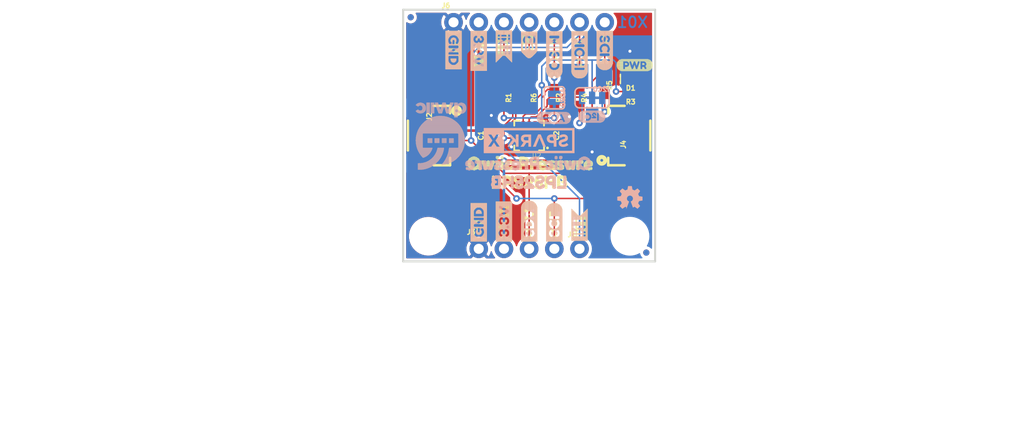
<source format=kicad_pcb>
(kicad_pcb (version 20211014) (generator pcbnew)
  (layers (0 "F.Cu" signal) (31 "B.Cu" signal) (34 "B.Paste" user) (35 "F.Paste" user) (36 "B.SilkS" user "B.Silkscreen") (37 "F.SilkS" user "F.Silkscreen") (38 "B.Mask" user) (39 "F.Mask" user) (44 "Edge.Cuts" user))
  (net 0 "")
  (net 1 "3.3V")
  (net 2 "GND")
  (net 3 "N$1")
  (net 4 "N$2")
  (net 5 "N$3")
  (net 6 "SCL/SCK")
  (net 7 "SDA/MOSI")
  (net 8 "~{INT}")
  (net 9 "ADDR/MISO")
  (net 10 "CS")
  (footprint "eagleBoard:INT#-[_" (layer "F.Cu") (at 153.5811 116.3066 90)
    (fp_text reference "U$28" hide)
    (fp_text value "" hide)
  )
  (footprint "eagleBoard:0603" (layer "F.Cu") (at 144.6911 105.0036 90)
    (fp_text reference "C1" (at 0 -0.762 90) (layer "F.SilkS") (effects (font (size 0.48768 0.48768) (thickness 0.12192)) (justify bottom)))
    (fp_text value "4.7uF")
    (pad "1" smd rect (at -0.85 0 90) (size 1.1 1) (layers "F.Cu" "F.Paste" "F.Mask") (net 1 "3.3V"))
    (pad "2" smd rect (at 0.85 0 90) (size 1.1 1) (layers "F.Cu" "F.Paste" "F.Mask") (net 2 "GND"))
  )
  (footprint "eagleBoard:QWIIC_PRESSURE1" (layer "F.Cu") (at 141.1351 107.7976)
    (fp_text reference "U$37" hide)
    (fp_text value "" hide)
  )
  (footprint "eagleBoard:MOSI" (layer "F.Cu") (at 153.5811 93.9546 -90)
    (fp_text reference "U$17" hide)
    (fp_text value "" hide)
  )
  (footprint "eagleBoard:LPS25HB0" (layer "F.Cu") (at 143.5481 109.7026)
    (fp_text reference "U$35" hide)
    (fp_text value "" hide)
  )
  (footprint "eagleBoard:GND1" (layer "F.Cu") (at 140.8811 93.9546 -90)
    (fp_text reference "U$31" hide)
    (fp_text value "" hide)
  )
  (footprint "eagleBoard:SCL9" (layer "F.Cu") (at 151.0411 116.1796 90)
    (fp_text reference "U$26" hide)
    (fp_text value "" hide)
  )
  (footprint "eagleBoard:LED-0603" (layer "F.Cu") (at 159.2961 99.2886 180)
    (fp_text reference "D1" (at 0 -0.635 180) (layer "F.SilkS") (effects (font (size 0.48768 0.48768) (thickness 0.12192)) (justify right top)))
    (fp_text value "RED")
    (pad "A" smd roundrect (at -0.877 0 90) (size 1 1) (layers "F.Cu" "F.Paste" "F.Mask") (roundrect_rratio 0.15) (net 5 "N$3"))
    (pad "C" smd roundrect (at 0.877 0 90) (size 1 1) (layers "F.Cu" "F.Paste" "F.Mask") (roundrect_rratio 0.15) (net 2 "GND"))
  )
  (footprint "eagleBoard:STAND-OFF" (layer "F.Cu") (at 138.3411 115.1636)
    (fp_text reference "JP3" hide)
    (fp_text value "STAND-OFF" hide)
    (pad "" np_thru_hole circle (at 0 0) (size 3.302 3.302) (drill 3.302) (layers *.Cu *.Mask))
  )
  (footprint "eagleBoard:0603" (layer "F.Cu") (at 159.2961 100.5586 180)
    (fp_text reference "R3" (at 0 -0.762 180) (layer "F.SilkS") (effects (font (size 0.48768 0.48768) (thickness 0.12192)) (justify right top)))
    (fp_text value "1k")
    (pad "1" smd rect (at -0.85 0 180) (size 1.1 1) (layers "F.Cu" "F.Paste" "F.Mask") (net 5 "N$3"))
    (pad "2" smd rect (at 0.85 0 180) (size 1.1 1) (layers "F.Cu" "F.Paste" "F.Mask") (net 1 "3.3V"))
  )
  (footprint "eagleBoard:MICRO-FIDUCIAL" (layer "F.Cu") (at 160.3121 116.8146)
    (fp_text reference "JP2" hide)
    (fp_text value "FIDUCIALUFIDUCIAL" hide)
    (pad "1" smd roundrect (at 0 0) (size 0.635 0.635) (layers "F.Cu" "F.Mask") (roundrect_rratio 0.5))
  )
  (footprint "eagleBoard:0603" (layer "F.Cu") (at 145.9611 101.1936 -90)
    (fp_text reference "R1" (at 0 -0.762 -90) (layer "F.SilkS") (effects (font (size 0.48768 0.48768) (thickness 0.12192)) (justify bottom)))
    (fp_text value "10k")
    (pad "1" smd rect (at -0.85 0 270) (size 1.1 1) (layers "F.Cu" "F.Paste" "F.Mask") (net 8 "~{INT}"))
    (pad "2" smd rect (at 0.85 0 270) (size 1.1 1) (layers "F.Cu" "F.Paste" "F.Mask") (net 1 "3.3V"))
  )
  (footprint "eagleBoard:0603" (layer "F.Cu") (at 153.5811 101.1936 -90)
    (fp_text reference "R4" (at 0 -0.762 -90) (layer "F.SilkS") (effects (font (size 0.48768 0.48768) (thickness 0.12192)) (justify bottom)))
    (fp_text value "2.2k")
    (pad "1" smd rect (at -0.85 0 270) (size 1.1 1) (layers "F.Cu" "F.Paste" "F.Mask") (net 7 "SDA/MOSI"))
    (pad "2" smd rect (at 0.85 0 270) (size 1.1 1) (layers "F.Cu" "F.Paste" "F.Mask") (net 4 "N$2"))
  )
  (footprint "eagleBoard:SCK-[)" (layer "F.Cu") (at 156.1211 93.9546 -90)
    (fp_text reference "U$18" hide)
    (fp_text value "" hide)
  )
  (footprint "eagleBoard:1X04_1MM_RA" (layer "F.Cu") (at 156.1211 105.0036 90)
    (fp_text reference "J4" (at -1.397 2.159 90) (layer "F.SilkS") (effects (font (size 0.48768 0.48768) (thickness 0.12192)) (justify left bottom)))
    (fp_text value "")
    (pad "1" smd rect (at -1.5 0 90) (size 0.6 1.35) (layers "F.Cu" "F.Paste" "F.Mask") (net 2 "GND"))
    (pad "2" smd rect (at -0.5 0 90) (size 0.6 1.35) (layers "F.Cu" "F.Paste" "F.Mask") (net 1 "3.3V"))
    (pad "3" smd rect (at 0.5 0 90) (size 0.6 1.35) (layers "F.Cu" "F.Paste" "F.Mask") (net 7 "SDA/MOSI"))
    (pad "4" smd rect (at 1.5 0 90) (size 0.6 1.35) (layers "F.Cu" "F.Paste" "F.Mask") (net 6 "SCL/SCK"))
    (pad "NC1" smd rect (at 2.8 3.675 90) (size 1.2 2) (layers "F.Cu" "F.Paste" "F.Mask"))
    (pad "NC2" smd rect (at -2.8 3.675 90) (size 1.2 2) (layers "F.Cu" "F.Paste" "F.Mask"))
  )
  (footprint "eagleBoard:MISO" (layer "F.Cu") (at 151.0411 93.9546 -90)
    (fp_text reference "U$10" hide)
    (fp_text value "" hide)
  )
  (footprint "eagleBoard:PWR-()-03" (layer "F.Cu") (at 157.2641 97.8916)
    (fp_text reference "U$15" hide)
    (fp_text value "" hide)
  )
  (footprint "eagleBoard:0603" (layer "F.Cu") (at 152.3111 105.0036 90)
    (fp_text reference "C2" (at 0 -0.762 90) (layer "F.SilkS") (effects (font (size 0.48768 0.48768) (thickness 0.12192)) (justify bottom)))
    (fp_text value "0.1uF")
    (pad "1" smd rect (at -0.85 0 90) (size 1.1 1) (layers "F.Cu" "F.Paste" "F.Mask") (net 1 "3.3V"))
    (pad "2" smd rect (at 0.85 0 90) (size 1.1 1) (layers "F.Cu" "F.Paste" "F.Mask") (net 2 "GND"))
  )
  (footprint "eagleBoard:STAND-OFF" (layer "F.Cu") (at 158.6611 115.1636)
    (fp_text reference "JP4" hide)
    (fp_text value "STAND-OFF" hide)
    (pad "" np_thru_hole circle (at 0 0) (size 3.302 3.302) (drill 3.302) (layers *.Cu *.Mask))
  )
  (footprint "eagleBoard:0603" (layer "F.Cu") (at 148.5011 101.1936 -90)
    (fp_text reference "R6" (at 0 -0.762 -90) (layer "F.SilkS") (effects (font (size 0.48768 0.48768) (thickness 0.12192)) (justify bottom)))
    (fp_text value "10k")
    (pad "1" smd rect (at -0.85 0 270) (size 1.1 1) (layers "F.Cu" "F.Paste" "F.Mask") (net 10 "CS"))
    (pad "2" smd rect (at 0.85 0 270) (size 1.1 1) (layers "F.Cu" "F.Paste" "F.Mask") (net 1 "3.3V"))
  )
  (footprint "eagleBoard:0603" (layer "F.Cu") (at 151.0411 101.1936 -90)
    (fp_text reference "R2" (at 0 -0.762 -90) (layer "F.SilkS") (effects (font (size 0.48768 0.48768) (thickness 0.12192)) (justify bottom)))
    (fp_text value "10k")
    (pad "1" smd rect (at -0.85 0 270) (size 1.1 1) (layers "F.Cu" "F.Paste" "F.Mask") (net 9 "ADDR/MISO"))
    (pad "2" smd rect (at 0.85 0 270) (size 1.1 1) (layers "F.Cu" "F.Paste" "F.Mask") (net 1 "3.3V"))
  )
  (footprint "eagleBoard:MICRO-FIDUCIAL" (layer "F.Cu") (at 136.5631 93.0656)
    (fp_text reference "JP6" hide)
    (fp_text value "FIDUCIALUFIDUCIAL" hide)
    (pad "1" smd roundrect (at 0 0) (size 0.635 0.635) (layers "F.Cu" "F.Mask") (roundrect_rratio 0.5))
  )
  (footprint "eagleBoard:3#3V2" (layer "F.Cu") (at 143.4211 93.9546 -90)
    (fp_text reference "U$30" hide)
    (fp_text value "" hide)
  )
  (footprint "eagleBoard:CS#-[_" (layer "F.Cu") (at 148.5011 93.8276 -90)
    (fp_text reference "U$20" hide)
    (fp_text value "" hide)
  )
  (footprint "eagleBoard:1X04_1MM_RA" (layer "F.Cu") (at 140.8811 105.0036 -90)
    (fp_text reference "J2" (at -1.397 2.159 -90) (layer "F.SilkS") (effects (font (size 0.48768 0.48768) (thickness 0.12192)) (justify left bottom)))
    (fp_text value "")
    (pad "1" smd rect (at -1.5 0 270) (size 0.6 1.35) (layers "F.Cu" "F.Paste" "F.Mask") (net 2 "GND"))
    (pad "2" smd rect (at -0.5 0 270) (size 0.6 1.35) (layers "F.Cu" "F.Paste" "F.Mask") (net 1 "3.3V"))
    (pad "3" smd rect (at 0.5 0 270) (size 0.6 1.35) (layers "F.Cu" "F.Paste" "F.Mask") (net 7 "SDA/MOSI"))
    (pad "4" smd rect (at 1.5 0 270) (size 0.6 1.35) (layers "F.Cu" "F.Paste" "F.Mask") (net 6 "SCL/SCK"))
    (pad "NC1" smd rect (at 2.8 3.675 270) (size 1.2 2) (layers "F.Cu" "F.Paste" "F.Mask"))
    (pad "NC2" smd rect (at -2.8 3.675 270) (size 1.2 2) (layers "F.Cu" "F.Paste" "F.Mask"))
  )
  (footprint "eagleBoard:SDA8" (layer "F.Cu") (at 148.5011 116.1796 90)
    (fp_text reference "U$27" hide)
    (fp_text value "" hide)
  )
  (footprint "eagleBoard:1X07_NO_SILK" (layer "F.Cu") (at 140.8811 93.5736)
    (fp_text reference "J6" (at -1.27 -1.397) (layer "F.SilkS") (effects (font (size 0.48768 0.48768) (thickness 0.12192)) (justify left bottom)))
    (fp_text value "")
    (pad "1" thru_hole circle (at 0 0 90) (size 1.8796 1.8796) (drill 1.016) (layers *.Cu *.Mask) (net 2 "GND"))
    (pad "2" thru_hole circle (at 2.54 0 90) (size 1.8796 1.8796) (drill 1.016) (layers *.Cu *.Mask) (net 1 "3.3V"))
    (pad "3" thru_hole circle (at 5.08 0 90) (size 1.8796 1.8796) (drill 1.016) (layers *.Cu *.Mask) (net 8 "~{INT}"))
    (pad "4" thru_hole circle (at 7.62 0 90) (size 1.8796 1.8796) (drill 1.016) (layers *.Cu *.Mask) (net 10 "CS"))
    (pad "5" thru_hole circle (at 10.16 0 90) (size 1.8796 1.8796) (drill 1.016) (layers *.Cu *.Mask) (net 9 "ADDR/MISO"))
    (pad "6" thru_hole circle (at 12.7 0 90) (size 1.8796 1.8796) (drill 1.016) (layers *.Cu *.Mask) (net 7 "SDA/MOSI"))
    (pad "7" thru_hole circle (at 15.24 0 90) (size 1.8796 1.8796) (drill 1.016) (layers *.Cu *.Mask) (net 6 "SCL/SCK"))
  )
  (footprint "eagleBoard:INT#-[_" (layer "F.Cu") (at 145.9611 93.7006 -90)
    (fp_text reference "U$24" hide)
    (fp_text value "" hide)
  )
  (footprint "eagleBoard:LPS25HB" (layer "F.Cu") (at 148.5011 105.0036 180)
    (fp_text reference "U2" (at -1.25 -1.75 180) (layer "F.SilkS") (effects (font (size 0.46736 0.46736) (thickness 0.04064)) (justify right top)))
    (fp_text value "LPS25HB")
    (pad "1" smd rect (at -1.05 -0.3) (size 0.8 0.35) (layers "F.Cu" "F.Paste" "F.Mask") (net 1 "3.3V"))
    (pad "2" smd rect (at -1.05 0.3) (size 0.8 0.35) (layers "F.Cu" "F.Paste" "F.Mask") (net 6 "SCL/SCK"))
    (pad "3" smd rect (at -0.6 1.05 270) (size 0.8 0.35) (layers "F.Cu" "F.Paste" "F.Mask") (net 2 "GND"))
    (pad "4" smd rect (at 0 1.05 270) (size 0.8 0.35) (layers "F.Cu" "F.Paste" "F.Mask") (net 7 "SDA/MOSI"))
    (pad "5" smd rect (at 0.6 1.05 270) (size 0.8 0.35) (layers "F.Cu" "F.Paste" "F.Mask") (net 9 "ADDR/MISO"))
    (pad "6" smd rect (at 1.05 0.3 180) (size 0.8 0.35) (layers "F.Cu" "F.Paste" "F.Mask") (net 10 "CS"))
    (pad "7" smd rect (at 1.05 -0.3 180) (size 0.8 0.35) (layers "F.Cu" "F.Paste" "F.Mask") (net 8 "~{INT}"))
    (pad "8" smd rect (at 0.6 -1.05 90) (size 0.8 0.35) (layers "F.Cu" "F.Paste" "F.Mask") (net 2 "GND"))
    (pad "9" smd rect (at 0 -1.05 90) (size 0.8 0.35) (layers "F.Cu" "F.Paste" "F.Mask") (net 2 "GND"))
    (pad "10" smd rect (at -0.6 -1.05 90) (size 0.8 0.35) (layers "F.Cu" "F.Paste" "F.Mask") (net 1 "3.3V"))
  )
  (footprint "eagleBoard:CREATIVE_COMMONS" (layer "F.Cu") (at 115.4811 135.4836)
    (fp_text reference "FRAME1" hide)
    (fp_text value "FRAME-LETTER" hide)
  )
  (footprint "eagleBoard:1X04_NO_SILK" (layer "F.Cu") (at 143.4211 116.4336)
    (fp_text reference "J3" (at -1.27 -1.397) (layer "F.SilkS") (effects (font (size 0.48768 0.48768) (thickness 0.12192)) (justify left bottom)))
    (fp_text value "PTH")
    (pad "1" thru_hole circle (at 0 0 90) (size 1.8796 1.8796) (drill 1.016) (layers *.Cu *.Mask) (net 2 "GND"))
    (pad "2" thru_hole circle (at 2.54 0 90) (size 1.8796 1.8796) (drill 1.016) (layers *.Cu *.Mask) (net 1 "3.3V"))
    (pad "3" thru_hole circle (at 5.08 0 90) (size 1.8796 1.8796) (drill 1.016) (layers *.Cu *.Mask) (net 7 "SDA/MOSI"))
    (pad "4" thru_hole circle (at 7.62 0 90) (size 1.8796 1.8796) (drill 1.016) (layers *.Cu *.Mask) (net 6 "SCL/SCK"))
  )
  (footprint "eagleBoard:0603" (layer "F.Cu") (at 156.1211 99.9236 -90)
    (fp_text reference "R5" (at 0 -0.762 -90) (layer "F.SilkS") (effects (font (size 0.48768 0.48768) (thickness 0.12192)) (justify bottom)))
    (fp_text value "2.2k")
    (pad "1" smd rect (at -0.85 0 270) (size 1.1 1) (layers "F.Cu" "F.Paste" "F.Mask") (net 6 "SCL/SCK"))
    (pad "2" smd rect (at 0.85 0 270) (size 1.1 1) (layers "F.Cu" "F.Paste" "F.Mask") (net 3 "N$1"))
  )
  (footprint "eagleBoard:1X01_NO_SILK" (layer "F.Cu") (at 153.5811 116.4336)
    (fp_text reference "J1" (at -1.27 -1.143) (layer "F.SilkS") (effects (font (size 0.48768 0.48768) (thickness 0.12192)) (justify left bottom)))
    (fp_text value "")
    (pad "1" thru_hole circle (at 0 0 90) (size 1.8796 1.8796) (drill 1.016) (layers *.Cu *.Mask) (net 8 "~{INT}"))
  )
  (footprint "eagleBoard:GND1" (layer "F.Cu") (at 143.4211 116.1796 90)
    (fp_text reference "U$22" hide)
    (fp_text value "" hide)
  )
  (footprint "eagleBoard:3#3V2" (layer "F.Cu") (at 145.9611 116.1796 90)
    (fp_text reference "U$21" hide)
    (fp_text value "" hide)
  )
  (footprint "eagleBoard:SCL9" (layer "B.Cu") (at 151.0411 116.1796 90)
    (fp_text reference "U$6" hide)
    (fp_text value "" hide)
  )
  (footprint "eagleBoard:QWIIC_PRESSURE1" (layer "B.Cu") (at 155.8671 107.7976 180)
    (fp_text reference "U$1" hide)
    (fp_text value "" hide)
  )
  (footprint "eagleBoard:GND1" (layer "B.Cu") (at 140.8811 93.9546 -90)
    (fp_text reference "U$32" hide)
    (fp_text value "" hide)
  )
  (footprint "eagleBoard:SDA8" (layer "B.Cu") (at 148.5011 116.1796 90)
    (fp_text reference "U$5" hide)
    (fp_text value "" hide)
  )
  (footprint "eagleBoard:3#3V2" (layer "B.Cu") (at 145.9611 116.1796 90)
    (fp_text reference "U$4" hide)
    (fp_text value "" hide)
  )
  (footprint "eagleBoard:INT#-[_" (layer "B.Cu") (at 145.9611 93.7006 -90)
    (fp_text reference "U$25" hide)
    (fp_text value "" hide)
  )
  (footprint "eagleBoard:QWIIC-LOGO-MEDIUM" (layer "B.Cu") (at 139.6111 105.0036 180)
    (fp_text reference "U$9" hide)
    (fp_text value "" hide)
  )
  (footprint "eagleBoard:ADR-()-03" (layer "B.Cu") (at 152.8191 103.2256 180)
    (fp_text reference "U$34" hide)
    (fp_text value "" hide)
  )
  (footprint "eagleBoard:LPS25HB0" (layer "B.Cu") (at 153.4541 109.7026 180)
    (fp_text reference "U$7" hide)
    (fp_text value "" hide)
  )
  (footprint "eagleBoard:MICRO-FIDUCIAL" (layer "B.Cu") (at 136.5631 93.0656 180)
    (fp_text reference "JP1" hide)
    (fp_text value "FIDUCIALUFIDUCIAL" hide)
    (pad "1" smd roundrect (at 0 0 180) (size 0.635 0.635) (layers "B.Cu" "B.Mask") (roundrect_rratio 0.5))
  )
  (footprint "eagleBoard:SMT-JUMPER_2_NO_SILK" (layer "B.Cu") (at 151.0411 101.1936 90)
    (fp_text reference "ADR0" (at 0 1.143 270) (layer "B.SilkS") (effects (font (size 0.48768 0.48768) (thickness 0.12192)) (justify bottom mirror)))
    (fp_text value "")
    (pad "1" smd rect (at -0.4064 0 90) (size 0.635 1.27) (layers "B.Cu" "B.Mask") (net 2 "GND"))
    (pad "2" smd rect (at 0.4064 0 90) (size 0.635 1.27) (layers "B.Cu" "B.Mask") (net 9 "ADDR/MISO"))
  )
  (footprint "eagleBoard:SCK-[)" (layer "B.Cu") (at 156.1211 93.9546 -90)
    (fp_text reference "U$19" hide)
    (fp_text value "" hide)
  )
  (footprint "eagleBoard:GND1" (layer "B.Cu") (at 143.4211 116.1796 90)
    (fp_text reference "U$3" hide)
    (fp_text value "" hide)
  )
  (footprint "eagleBoard:INT#-[_" (layer "B.Cu") (at 153.5811 116.3066 90)
    (fp_text reference "U$29" hide)
    (fp_text value "" hide)
  )
  (footprint "eagleBoard:SMT-JUMPER_3_2-NC_TRACE_SILK" (layer "B.Cu") (at 154.8511 101.1936 180)
    (fp_text reference "I2C0" (at 0 1.143) (layer "B.SilkS") (effects (font (size 0.48768 0.48768) (thickness 0.12192)) (justify right top mirror)))
    (fp_text value "")
    (fp_poly (pts (xy -0.7112 -0.127) (xy -0.3048 -0.127) (xy -0.3048 0.127) (xy -0.7112 0.127)) (layer "B.Cu") (width 0) (fill solid))
    (fp_poly (pts (xy 0.3048 -0.127) (xy 0.7112 -0.127) (xy 0.7112 0.127) (xy 0.3048 0.127)) (layer "B.Cu") (width 0) (fill solid))
    (pad "1" smd rect (at -1.016 0 180) (size 0.635 1.27) (layers "B.Cu" "B.Mask") (net 3 "N$1"))
    (pad "2" smd rect (at 0 0 180) (size 0.635 1.27) (layers "B.Cu" "B.Mask") (net 1 "3.3V"))
    (pad "3" smd rect (at 1.016 0 180) (size 0.635 1.27) (layers "B.Cu" "B.Mask") (net 4 "N$2"))
  )
  (footprint "eagleBoard:I_SUPER2_C-()-03" (layer "B.Cu") (at 156.2481 103.0986 180)
    (fp_text reference "U$12" hide)
    (fp_text value "" hide)
  )
  (footprint "eagleBoard:OSHW-LOGO-MINI" (layer "B.Cu") (at 158.6611 111.3536 180)
    (fp_text reference "LOGO1" hide)
    (fp_text value "OSHW-LOGOMINI" hide)
  )
  (footprint "eagleBoard:SPARKX-MEDIUM" (layer "B.Cu") (at 148.5011 105.5116 180)
    (fp_text reference "U$2" hide)
    (fp_text value "SPARKX-LOGO4" hide)
  )
  (footprint "eagleBoard:MOSI" (layer "B.Cu") (at 153.5811 93.9546 -90)
    (fp_text reference "U$16" hide)
    (fp_text value "" hide)
  )
  (footprint "eagleBoard:MISO" (layer "B.Cu") (at 151.0411 93.9546 -90)
    (fp_text reference "U$11" hide)
    (fp_text value "" hide)
  )
  (footprint "eagleBoard:3#3V2" (layer "B.Cu") (at 143.4211 93.9546 -90)
    (fp_text reference "U$33" hide)
    (fp_text value "" hide)
  )
  (footprint "eagleBoard:MICRO-FIDUCIAL" (layer "B.Cu") (at 160.3121 116.8146 180)
    (fp_text reference "JP5" hide)
    (fp_text value "FIDUCIALUFIDUCIAL" hide)
    (pad "1" smd roundrect (at 0 0 180) (size 0.635 0.635) (layers "B.Cu" "B.Mask") (roundrect_rratio 0.5))
  )
  (footprint "eagleBoard:CS#-[_" (layer "B.Cu") (at 148.5011 93.8276 -90)
    (fp_text reference "U$23" hide)
    (fp_text value "" hide)
  )
  (gr_line (start 161.2011 92.3036) (end 161.2011 117.7036) (layer "Edge.Cuts") (width 0.2032))
  (gr_line (start 161.2011 117.7036) (end 135.8011 117.7036) (layer "Edge.Cuts") (width 0.2032))
  (gr_line (start 135.8011 117.7036) (end 135.8011 92.3036) (layer "Edge.Cuts") (width 0.2032))
  (gr_line (start 135.8011 92.3036) (end 161.2011 92.3036) (layer "Edge.Cuts") (width 0.2032))
  (gr_text "X01" (at 158.9151 93.5736) (layer "B.Cu") (effects (font (size 1.0795 1.0795) (thickness 0.1905)) (justify mirror)))
  (segment (start 144.6911 107.0356) (end 145.1991 107.5436) (width 0.254) (layer "F.Cu") (net 1))
  (segment (start 143.8021 105.8536) (end 144.6911 105.8536) (width 0.254) (layer "F.Cu") (net 1))
  (segment (start 145.1991 107.5436) (end 145.9611 107.5436) (width 0.254) (layer "F.Cu") (net 1))
  (segment (start 144.6911 105.8536) (end 144.6911 107.0356) (width 0.254) (layer "F.Cu") (net 1))
  (segment (start 143.4131 104.5036) (end 143.4131 105.4646) (width 0.254) (layer "F.Cu") (net 1))
  (segment (start 143.4131 104.5036) (end 143.4211 104.4956) (width 0.254) (layer "F.Cu") (net 1))
  (segment (start 143.4131 102.0826) (end 143.4131 93.5816) (width 0.254) (layer "F.Cu") (net 1))
  (segment (start 143.4131 105.4646) (end 143.8021 105.8536) (width 0.254) (layer "F.Cu") (net 1))
  (segment (start 148.5011 102.0436) (end 149.7711 100.7736) (width 0.1524) (layer "F.Cu") (net 1))
  (segment (start 145.9611 103.2256) (end 145.9611 102.0436) (width 0.1524) (layer "F.Cu") (net 1))
  (segment (start 149.1361 107.5436) (end 151.6761 107.5436) (width 0.254) (layer "F.Cu") (net 1))
  (segment (start 151.0021 105.8536) (end 152.3111 105.8536) (width 0.254) (layer "F.Cu") (net 1))
  (segment (start 152.3111 105.8536) (end 154.0011 105.8536) (width 0.254) (layer "F.Cu") (net 1))
  (segment (start 145.9611 107.5436) (end 149.1361 107.5436) (width 0.254) (layer "F.Cu") (net 1))
  (segment (start 158.4461 100.5586) (end 157.2641 100.5586) (width 0.1524) (layer "F.Cu") (net 1))
  (segment (start 149.7711 100.7736) (end 149.7711 99.9236) (width 0.1524) (layer "F.Cu") (net 1))
  (segment (start 151.0411 102.0436) (end 151.0411 103.2256) (width 0.1524) (layer "F.Cu") (net 1))
  (segment (start 145.9611 102.0436) (end 143.4521 102.0436) (width 0.1524) (layer "F.Cu") (net 1))
  (segment (start 149.1011 107.5086) (end 149.1361 107.5436) (width 0.254) (layer "F.Cu") (net 1))
  (segment (start 152.3111 106.9086) (end 152.3111 105.8536) (width 0.254) (layer "F.Cu") (net 1))
  (segment (start 149.1011 106.0536) (end 149.1011 107.5086) (width 0.254) (layer "F.Cu") (net 1))
  (segment (start 154.3511 105.5036) (end 156.1211 105.5036) (width 0.254) (layer "F.Cu") (net 1))
  (segment (start 151.6761 107.5436) (end 152.3111 106.9086) (width 0.254) (layer "F.Cu") (net 1))
  (segment (start 150.4521 105.3036) (end 151.0021 105.8536) (width 0.254) (layer "F.Cu") (net 1))
  (segment (start 154.0011 105.8536) (end 154.3511 105.5036) (width 0.254) (layer "F.Cu") (net 1))
  (segment (start 143.4131 104.5036) (end 143.4131 102.0826) (width 0.254) (layer "F.Cu") (net 1))
  (segment (start 143.4521 102.0436) (end 143.4131 102.0826) (width 0.1524) (layer "F.Cu") (net 1))
  (segment (start 149.5511 105.3036) (end 150.4521 105.3036) (width 0.254) (layer "F.Cu") (net 1))
  (segment (start 140.8811 104.5036) (end 143.4131 104.5036) (width 0.254) (layer "F.Cu") (net 1))
  (segment (start 143.4131 93.5816) (end 143.4211 93.5736) (width 0.254) (layer "F.Cu") (net 1))
  (via (at 145.9611 107.5436) (size 0.6604) (drill 0.3048) (layers "F.Cu" "B.Cu") (net 1))
  (via (at 151.0411 103.2256) (size 0.6604) (drill 0.3048) (layers "F.Cu" "B.Cu") (net 1))
  (via (at 145.9611 103.2256) (size 0.6604) (drill 0.3048) (layers "F.Cu" "B.Cu") (net 1))
  (via (at 157.2641 100.5586) (size 0.6604) (drill 0.3048) (layers "F.Cu" "B.Cu") (net 1))
  (via (at 149.7711 99.9236) (size 0.6604) (drill 0.3048) (layers "F.Cu" "B.Cu") (net 1))
  (segment (start 149.7711 99.9236) (end 149.7711 103.2256) (width 0.1524) (layer "B.Cu") (net 1))
  (segment (start 150.4061 97.3836) (end 149.7711 98.0186) (width 0.1524) (layer "B.Cu") (net 1))
  (segment (start 154.8511 97.3836) (end 150.4061 97.3836) (width 0.1524) (layer "B.Cu") (net 1))
  (segment (start 157.2641 100.5586) (end 157.2641 97.6376) (width 0.1524) (layer "B.Cu") (net 1))
  (segment (start 151.0411 103.2256) (end 149.7711 103.2256) (width 0.1524) (layer "B.Cu") (net 1))
  (segment (start 145.9611 116.4336) (end 145.9611 107.5436) (width 0.254) (layer "B.Cu") (net 1))
  (segment (start 157.0101 97.3836) (end 154.8511 97.3836) (width 0.1524) (layer "B.Cu") (net 1))
  (segment (start 149.7711 98.0186) (end 149.7711 99.9236) (width 0.1524) (layer "B.Cu") (net 1))
  (segment (start 154.8511 101.1936) (end 154.8511 97.3836) (width 0.1524) (layer "B.Cu") (net 1))
  (segment (start 149.7711 103.2256) (end 145.9611 103.2256) (width 0.1524) (layer "B.Cu") (net 1))
  (segment (start 157.2641 97.6376) (end 157.0101 97.3836) (width 0.1524) (layer "B.Cu") (net 1))
  (segment (start 147.8661 106.9086) (end 148.5011 106.9086) (width 0.254) (layer "F.Cu") (net 2))
  (segment (start 149.1011 103.9536) (end 149.1011 104.255313) (width 0.1524) (layer "F.Cu") (net 2))
  (segment (start 147.9011 106.8736) (end 147.8661 106.9086) (width 0.254) (layer "F.Cu") (net 2))
  (segment (start 147.9011 106.0536) (end 147.9011 106.8736) (width 0.254) (layer "F.Cu") (net 2))
  (segment (start 148.9225 104.433913) (end 148.9225 104.5822) (width 0.1524) (layer "F.Cu") (net 2))
  (segment (start 149.1011 104.255313) (end 148.9225 104.433913) (width 0.1524) (layer "F.Cu") (net 2))
  (segment (start 148.5011 106.9086) (end 148.5011 106.0536) (width 0.254) (layer "F.Cu") (net 2))
  (segment (start 148.9225 104.5822) (end 148.5011 105.0036) (width 0.1524) (layer "F.Cu") (net 2))
  (segment (start 148.5011 105.0036) (end 148.5011 106.0536) (width 0.1524) (layer "F.Cu") (net 2))
  (via (at 152.5651 103.0986) (size 0.6604) (drill 0.3048) (layers "F.Cu" "B.Cu") (net 2))
  (via (at 154.8511 106.6546) (size 0.6604) (drill 0.3048) (layers "F.Cu" "B.Cu") (net 2))
  (via (at 158.6611 96.4946) (size 0.6604) (drill 0.3048) (layers "F.Cu" "B.Cu") (net 2))
  (via (at 146.7231 106.1466) (size 0.6604) (drill 0.3048) (layers "F.Cu" "B.Cu") (net 2))
  (via (at 144.6911 102.9716) (size 0.6604) (drill 0.3048) (layers "F.Cu" "B.Cu") (net 2))
  (segment (start 156.1211 102.5906) (end 156.1211 100.7736) (width 0.1524) (layer "F.Cu") (net 3))
  (via (at 156.1211 102.5906) (size 0.6604) (drill 0.3048) (layers "F.Cu" "B.Cu") (net 3))
  (segment (start 155.8671 101.1936) (end 155.8671 102.3366) (width 0.1524) (layer "B.Cu") (net 3))
  (segment (start 155.8671 102.3366) (end 156.1211 102.5906) (width 0.1524) (layer "B.Cu") (net 3))
  (segment (start 153.5811 103.7336) (end 153.5811 102.0436) (width 0.1524) (layer "F.Cu") (net 4))
  (via (at 153.5811 103.7336) (size 0.6604) (drill 0.3048) (layers "F.Cu" "B.Cu") (net 4))
  (segment (start 153.8351 101.1936) (end 153.8351 103.4796) (width 0.1524) (layer "B.Cu") (net 4))
  (segment (start 153.8351 103.4796) (end 153.5811 103.7336) (width 0.1524) (layer "B.Cu") (net 4))
  (segment (start 160.1731 99.2886) (end 160.1461 99.3156) (width 0.1524) (layer "F.Cu") (net 5))
  (segment (start 160.1461 99.3156) (end 160.1461 100.5586) (width 0.1524) (layer "F.Cu") (net 5))
  (segment (start 151.9301 102.689332) (end 151.7523 102.867132) (width 0.1524) (layer "F.Cu") (net 6))
  (segment (start 156.1211 99.0736) (end 156.1211 93.5736) (width 0.1524) (layer "F.Cu") (net 6))
  (segment (start 154.7955 101.1222) (end 154.8511 101.0666) (width 0.1524) (layer "F.Cu") (net 6))
  (segment (start 156.1211 103.5036) (end 155.0021 103.5036) (width 0.1524) (layer "F.Cu") (net 6))
  (segment (start 150.5791 104.7036) (end 151.0411 104.2416) (width 0.1524) (layer "F.Cu") (net 6))
  (segment (start 155.3201 99.0736) (end 156.1211 99.0736) (width 0.1524) (layer "F.Cu") (net 6))
  (segment (start 151.9301 101.258944) (end 151.9301 102.689332) (width 0.1524) (layer "F.Cu") (net 6))
  (segment (start 154.8511 111.3536) (end 158.0261 108.1786) (width 0.1524) (layer "F.Cu") (net 6))
  (segment (start 154.8511 103.3526) (end 154.8511 101.0666) (width 0.1524) (layer "F.Cu") (net 6))
  (segment (start 151.0411 104.015869) (end 151.7523 103.304669) (width 0.1524) (layer "F.Cu") (net 6))
  (segment (start 151.0411 111.3536) (end 154.8511 111.3536) (width 0.1524) (layer "F.Cu") (net 6))
  (segment (start 140.8811 106.5036) (end 142.3811 106.5036) (width 0.1524) (layer "F.Cu") (net 6))
  (segment (start 155.0021 103.5036) (end 154.8511 103.3526) (width 0.1524) (layer "F.Cu") (net 6))
  (segment (start 152.066843 101.1222) (end 154.7955 101.1222) (width 0.1524) (layer "F.Cu") (net 6))
  (segment (start 154.8511 99.5426) (end 155.3201 99.0736) (width 0.1524) (layer "F.Cu") (net 6))
  (segment (start 157.0341 103.5036) (end 158.0261 104.4956) (width 0.1524) (layer "F.Cu") (net 6))
  (segment (start 156.1211 103.5036) (end 157.0341 103.5036) (width 0.1524) (layer "F.Cu") (net 6))
  (segment (start 142.3811 106.5036) (end 147.2311 111.3536) (width 0.1524) (layer "F.Cu") (net 6))
  (segment (start 151.0411 104.2416) (end 151.0411 104.015869) (width 0.1524) (layer "F.Cu") (net 6))
  (segment (start 151.7523 103.304669) (end 151.7523 102.867132) (width 0.1524) (layer "F.Cu") (net 6))
  (segment (start 151.9301 101.258944) (end 152.066843 101.1222) (width 0.1524) (layer "F.Cu") (net 6))
  (segment (start 149.5511 104.7036) (end 150.5791 104.7036) (width 0.1524) (layer "F.Cu") (net 6))
  (segment (start 151.0411 111.3536) (end 151.0411 116.4336) (width 0.1524) (layer "F.Cu") (net 6))
  (segment (start 154.8511 101.0666) (end 154.8511 99.5426) (width 0.1524) (layer "F.Cu") (net 6))
  (segment (start 158.0261 108.1786) (end 158.0261 104.4956) (width 0.1524) (layer "F.Cu") (net 6))
  (via (at 151.0411 111.3536) (size 0.6604) (drill 0.3048) (layers "F.Cu" "B.Cu") (net 6))
  (via (at 147.2311 111.3536) (size 0.6604) (drill 0.3048) (layers "F.Cu" "B.Cu") (net 6))
  (segment (start 147.2311 111.3536) (end 151.0411 111.3536) (width 0.1524) (layer "B.Cu") (net 6))
  (segment (start 157.3911 105.0036) (end 157.3911 107.5436) (width 0.1524) (layer "F.Cu") (net 7))
  (segment (start 148.5011 103.9536) (end 148.5011 103.3526) (width 0.1524) (layer "F.Cu") (net 7))
  (segment (start 150.589212 101.1222) (end 151.635787 101.1222) (width 0.1524) (layer "F.Cu") (net 7))
  (segment (start 156.1211 104.5036) (end 156.8911 104.5036) (width 0.1524) (layer "F.Cu") (net 7))
  (segment (start 140.8811 105.5036) (end 142.6511 105.5036) (width 0.1524) (layer "F.Cu") (net 7))
  (segment (start 150.3125 102.036544) (end 150.3125 101.398913) (width 0.1524) (layer "F.Cu") (net 7))
  (segment (start 148.5011 108.8136) (end 148.5011 116.4336) (width 0.1524) (layer "F.Cu") (net 7))
  (segment (start 145.9611 108.8136) (end 148.5011 108.8136) (width 0.1524) (layer "F.Cu") (net 7))
  (segment (start 157.3911 107.5436) (end 156.1211 108.8136) (width 0.1524) (layer "F.Cu") (net 7))
  (segment (start 156.1211 108.8136) (end 148.5011 108.8136) (width 0.1524) (layer "F.Cu") (net 7))
  (segment (start 148.5011 103.3526) (end 148.7267 103.127) (width 0.1524) (layer "F.Cu") (net 7))
  (segment (start 152.453387 100.3046) (end 153.5811 100.3046) (width 0.1524) (layer "F.Cu") (net 7))
  (segment (start 142.6511 105.5036) (end 145.9611 108.8136) (width 0.1524) (layer "F.Cu") (net 7))
  (segment (start 156.8911 104.5036) (end 157.3911 105.0036) (width 0.1524) (layer "F.Cu") (net 7))
  (segment (start 153.5811 100.3436) (end 153.5811 100.3046) (width 0.1524) (layer "F.Cu") (net 7))
  (segment (start 153.5811 100.3046) (end 153.5811 93.5736) (width 0.1524) (layer "F.Cu") (net 7))
  (segment (start 151.635787 101.1222) (end 152.453387 100.3046) (width 0.1524) (layer "F.Cu") (net 7))
  (segment (start 150.3125 101.398913) (end 150.589212 101.1222) (width 0.1524) (layer "F.Cu") (net 7))
  (segment (start 149.222043 103.127) (end 150.3125 102.036544) (width 0.1524) (layer "F.Cu") (net 7))
  (segment (start 148.7267 103.127) (end 149.222043 103.127) (width 0.1524) (layer "F.Cu") (net 7))
  (via (at 142.6511 105.5036) (size 0.6604) (drill 0.3048) (layers "F.Cu" "B.Cu") (net 7))
  (segment (start 153.5811 94.8436) (end 153.5811 93.5736) (width 0.1524) (layer "B.Cu") (net 7))
  (segment (start 142.6511 96.8836) (end 143.4211 96.1136) (width 0.1524) (layer "B.Cu") (net 7))
  (segment (start 143.4211 96.1136) (end 152.3111 96.1136) (width 0.1524) (layer "B.Cu") (net 7))
  (segment (start 142.6511 105.5036) (end 142.6511 96.8836) (width 0.1524) (layer "B.Cu") (net 7))
  (segment (start 152.3111 96.1136) (end 153.5811 94.8436) (width 0.1524) (layer "B.Cu") (net 7))
  (segment (start 145.9611 105.2576) (end 146.800043 105.2576) (width 0.1524) (layer "F.Cu") (net 8))
  (segment (start 146.800043 105.2576) (end 146.846043 105.3036) (width 0.1524) (layer "F.Cu") (net 8))
  (segment (start 146.846043 105.3036) (end 147.4511 105.3036) (width 0.1524) (layer "F.Cu") (net 8))
  (segment (start 146.8501 103.126869) (end 146.8501 100.5586) (width 0.1524) (layer "F.Cu") (net 8))
  (segment (start 145.9611 100.3436) (end 145.9611 93.5736) (width 0.1524) (layer "F.Cu") (net 8))
  (segment (start 146.6351 100.3436) (end 145.9611 100.3436) (width 0.1524) (layer "F.Cu") (net 8))
  (segment (start 145.9611 105.2576) (end 145.9611 104.015869) (width 0.1524) (layer "F.Cu") (net 8))
  (segment (start 145.9611 104.015869) (end 146.8501 103.126869) (width 0.1524) (layer "F.Cu") (net 8))
  (segment (start 146.8501 100.5586) (end 146.6351 100.3436) (width 0.1524) (layer "F.Cu") (net 8))
  (via (at 145.9611 105.2576) (size 0.6604) (drill 0.3048) (layers "F.Cu" "B.Cu") (net 8))
  (segment (start 145.9611 106.2736) (end 145.9611 105.2576) (width 0.1524) (layer "B.Cu") (net 8))
  (segment (start 153.5811 111.3536) (end 149.7711 107.5436) (width 0.1524) (layer "B.Cu") (net 8))
  (segment (start 149.7711 107.5436) (end 147.2311 107.5436) (width 0.1524) (layer "B.Cu") (net 8))
  (segment (start 153.5811 116.4336) (end 153.5811 111.3536) (width 0.1524) (layer "B.Cu") (net 8))
  (segment (start 147.2311 107.5436) (end 145.9611 106.2736) (width 0.1524) (layer "B.Cu") (net 8))
  (segment (start 149.7711 101.204657) (end 150.0759 100.899857) (width 0.1524) (layer "F.Cu") (net 9))
  (segment (start 151.0411 100.3436) (end 151.0411 99.1616) (width 0.1524) (layer "F.Cu") (net 9))
  (segment (start 147.9011 103.0636) (end 148.1425 102.8222) (width 0.1524) (layer "F.Cu") (net 9))
  (segment (start 147.9011 103.9536) (end 147.9011 103.0636) (width 0.1524) (layer "F.Cu") (net 9))
  (segment (start 150.3671 100.3436) (end 151.0411 100.3436) (width 0.1524) (layer "F.Cu") (net 9))
  (segment (start 149.7711 102.146888) (end 149.7711 101.204657) (width 0.1524) (layer "F.Cu") (net 9))
  (segment (start 148.1425 102.8222) (end 149.095787 102.8222) (width 0.1524) (layer "F.Cu") (net 9))
  (segment (start 149.095787 102.8222) (end 149.7711 102.146888) (width 0.1524) (layer "F.Cu") (net 9))
  (segment (start 150.0759 100.899857) (end 150.0759 100.6348) (width 0.1524) (layer "F.Cu") (net 9))
  (segment (start 150.0759 100.6348) (end 150.3671 100.3436) (width 0.1524) (layer "F.Cu") (net 9))
  (segment (start 151.0411 99.1616) (end 151.0411 93.5736) (width 0.1524) (layer "F.Cu") (net 9))
  (via (at 151.0411 99.1616) (size 0.6604) (drill 0.3048) (layers "F.Cu" "B.Cu") (net 9))
  (segment (start 151.0411 100.7872) (end 151.0411 99.1616) (width 0.1524) (layer "B.Cu") (net 9))
  (segment (start 146.367881 104.040144) (end 147.154909 103.253116) (width 0.1524) (layer "F.Cu") (net 10))
  (segment (start 148.5011 100.3436) (end 148.5011 93.5736) (width 0.1524) (layer "F.Cu") (net 10))
  (segment (start 147.4511 104.7036) (end 146.6771 104.7036) (width 0.1524) (layer "F.Cu") (net 10))
  (segment (start 146.367881 104.394382) (end 146.367881 104.040144) (width 0.1524) (layer "F.Cu") (net 10))
  (segment (start 147.154909 101.142791) (end 147.9541 100.3436) (width 0.1524) (layer "F.Cu") (net 10))
  (segment (start 147.9541 100.3436) (end 148.5011 100.3436) (width 0.1524) (layer "F.Cu") (net 10))
  (segment (start 146.6771 104.7036) (end 146.367881 104.394382) (width 0.1524) (layer "F.Cu") (net 10))
  (segment (start 147.154909 103.253116) (end 147.154909 101.142791) (width 0.1524) (layer "F.Cu") (net 10))
  (zone (net 2) (net_name "GND") (layer "F.Cu") (priority 6) (connect_pads (clearance 0.3048)) (min_thickness 0.127) (fill yes (thermal_gap 0.304) (thermal_bridge_width 0.304))
    (polygon (pts (xy 161.3281 117.8306) (xy 135.6741 117.8306) (xy 135.6741 92.1766) (xy 161.3281 92.1766)))
  )
  (zone (net 2) (net_name "GND") (layer "B.Cu") (priority 6) (connect_pads (clearance 0.3048)) (min_thickness 0.127) (fill yes (thermal_gap 0.304) (thermal_bridge_width 0.304))
    (polygon (pts (xy 161.3281 117.8306) (xy 135.6741 117.8306) (xy 135.6741 92.1766) (xy 161.3281 92.1766)))
  )
)
</source>
